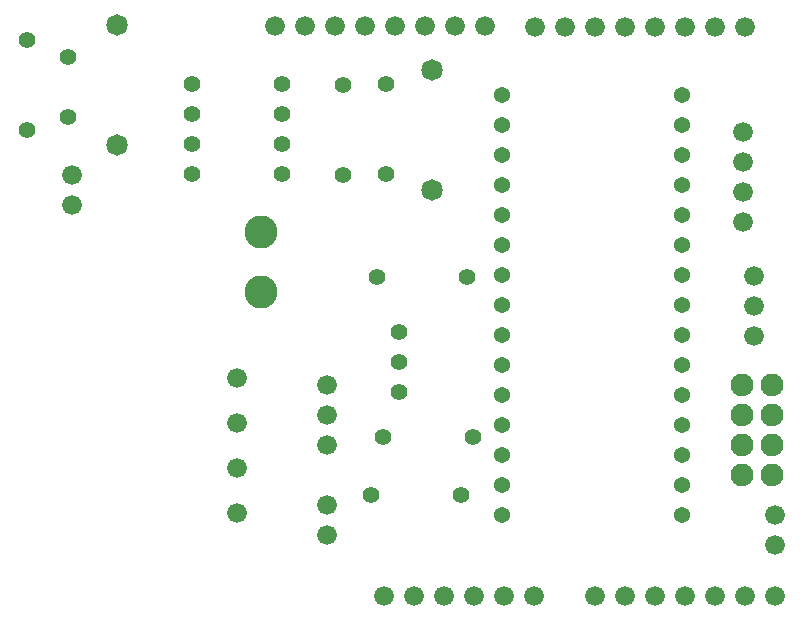
<source format=gbr>
G04 EAGLE Gerber RS-274X export*
G75*
%MOMM*%
%FSLAX34Y34*%
%LPD*%
%INSoldermask Top*%
%IPPOS*%
%AMOC8*
5,1,8,0,0,1.08239X$1,22.5*%
G01*
%ADD10C,1.391919*%
%ADD11C,1.818638*%
%ADD12C,1.676400*%
%ADD13C,2.794000*%
%ADD14C,1.930400*%
%ADD15C,1.374000*%


D10*
X838962Y381762D03*
X838962Y457962D03*
X571500Y495300D03*
X571500Y419100D03*
D11*
X647700Y406400D03*
X647700Y508000D03*
D10*
X886460Y248412D03*
X886460Y197612D03*
X886460Y223012D03*
X875284Y382016D03*
X875284Y458216D03*
D12*
X825500Y152400D03*
X825500Y177800D03*
X825500Y203200D03*
X749300Y95250D03*
X749300Y133350D03*
X749300Y171450D03*
X749300Y209550D03*
X825500Y101600D03*
X825500Y76200D03*
D13*
X769366Y332994D03*
X769366Y282194D03*
D10*
X606298Y481584D03*
X606298Y430784D03*
D11*
X914400Y368300D03*
X914400Y469900D03*
D14*
X1201674Y127762D03*
X1176274Y127762D03*
X1201674Y153162D03*
X1176274Y153162D03*
X1201674Y178562D03*
X1176274Y178562D03*
X1201674Y203962D03*
X1176274Y203962D03*
D12*
X1204214Y93726D03*
X1204214Y68326D03*
X1186688Y295656D03*
X1186688Y270256D03*
X1186688Y244856D03*
X609600Y381000D03*
X609600Y355600D03*
X1177544Y341376D03*
X1177544Y366776D03*
X1177544Y392176D03*
X1177544Y417576D03*
D10*
X710692Y458470D03*
X710692Y433070D03*
X786892Y433070D03*
X786892Y458470D03*
X710692Y407670D03*
X710692Y382270D03*
X786892Y407670D03*
X786892Y382270D03*
X867156Y295402D03*
X943356Y295402D03*
X938530Y110236D03*
X862330Y110236D03*
X872744Y159512D03*
X948944Y159512D03*
D12*
X781558Y507492D03*
X806958Y507492D03*
X832358Y507492D03*
X857758Y507492D03*
X883158Y507492D03*
X908558Y507492D03*
X933958Y507492D03*
X959358Y507492D03*
X1001522Y506730D03*
X1026922Y506730D03*
X1052322Y506730D03*
X1077722Y506730D03*
X1103122Y506730D03*
X1128522Y506730D03*
X1153922Y506730D03*
X1179322Y506730D03*
X1051814Y24638D03*
X1077214Y24638D03*
X1102614Y24638D03*
X1128014Y24638D03*
X1153414Y24638D03*
X1178814Y24638D03*
X1204214Y24638D03*
X873760Y24892D03*
X899160Y24892D03*
X924560Y24892D03*
X949960Y24892D03*
X975360Y24892D03*
X1000760Y24892D03*
D15*
X1125474Y93726D03*
X1125474Y119126D03*
X1125474Y144526D03*
X1125474Y169926D03*
X1125474Y195326D03*
X1125474Y220726D03*
X1125474Y246126D03*
X1125474Y271526D03*
X1125474Y296926D03*
X1125474Y322326D03*
X1125474Y347726D03*
X1125474Y373126D03*
X1125474Y398526D03*
X1125474Y423926D03*
X1125474Y449326D03*
X973074Y449326D03*
X973074Y423926D03*
X973074Y398526D03*
X973074Y373126D03*
X973074Y347726D03*
X973074Y322326D03*
X973074Y296926D03*
X973074Y271526D03*
X973074Y246126D03*
X973074Y220726D03*
X973074Y195326D03*
X973074Y169926D03*
X973074Y144526D03*
X973074Y119126D03*
X973074Y93726D03*
M02*

</source>
